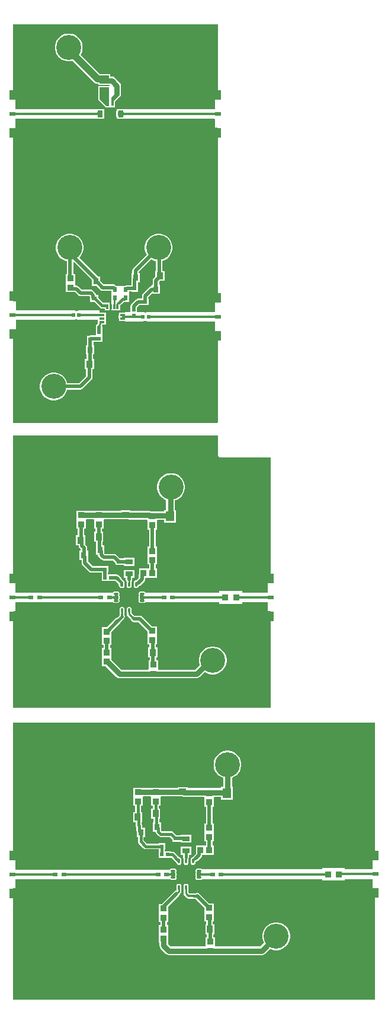
<source format=gtl>
G04*
G04 #@! TF.GenerationSoftware,Altium Limited,Altium Designer,22.10.1 (41)*
G04*
G04 Layer_Physical_Order=1*
G04 Layer_Color=255*
%FSLAX25Y25*%
%MOIN*%
G70*
G04*
G04 #@! TF.SameCoordinates,10B0A499-9DE9-419A-BA03-DC6469FBBFFB*
G04*
G04*
G04 #@! TF.FilePolarity,Positive*
G04*
G01*
G75*
%ADD15R,0.03543X0.02402*%
%ADD16R,0.19685X0.05512*%
%ADD17R,0.03740X0.03347*%
%ADD18R,0.05118X0.05512*%
%ADD19R,0.03150X0.03543*%
%ADD20R,0.02126X0.01890*%
%ADD21R,0.03543X0.03937*%
%ADD22R,0.03937X0.03543*%
%ADD23C,0.14016*%
%ADD24R,0.01890X0.02126*%
%ADD25R,0.02126X0.02165*%
%ADD26R,0.02165X0.02126*%
%ADD27R,0.02953X0.02362*%
%ADD28R,0.04449X0.02992*%
%ADD29R,0.03347X0.03740*%
%ADD30R,0.03543X0.03543*%
%ADD31R,0.06693X0.06693*%
%ADD32R,0.01181X0.03110*%
%ADD33R,0.03110X0.01181*%
%ADD34R,0.02953X0.02362*%
%ADD35R,0.06693X0.06693*%
%ADD36R,0.01181X0.02953*%
%ADD37R,0.02953X0.01181*%
%ADD38R,0.05315X0.04528*%
%ADD39R,0.02362X0.02953*%
%ADD40R,0.10630X0.10630*%
G04:AMPARAMS|DCode=41|XSize=12.01mil|YSize=27.56mil|CornerRadius=6mil|HoleSize=0mil|Usage=FLASHONLY|Rotation=0.000|XOffset=0mil|YOffset=0mil|HoleType=Round|Shape=RoundedRectangle|*
%AMROUNDEDRECTD41*
21,1,0.01201,0.01555,0,0,0.0*
21,1,0.00000,0.02756,0,0,0.0*
1,1,0.01201,0.00000,-0.00778*
1,1,0.01201,0.00000,-0.00778*
1,1,0.01201,0.00000,0.00778*
1,1,0.01201,0.00000,0.00778*
%
%ADD41ROUNDEDRECTD41*%
G04:AMPARAMS|DCode=42|XSize=27.56mil|YSize=12.01mil|CornerRadius=6mil|HoleSize=0mil|Usage=FLASHONLY|Rotation=0.000|XOffset=0mil|YOffset=0mil|HoleType=Round|Shape=RoundedRectangle|*
%AMROUNDEDRECTD42*
21,1,0.02756,0.00000,0,0,0.0*
21,1,0.01555,0.01201,0,0,0.0*
1,1,0.01201,0.00778,0.00000*
1,1,0.01201,-0.00778,0.00000*
1,1,0.01201,-0.00778,0.00000*
1,1,0.01201,0.00778,0.00000*
%
%ADD42ROUNDEDRECTD42*%
%ADD76C,0.01575*%
%ADD77C,0.01142*%
%ADD78C,0.01181*%
%ADD79C,0.01408*%
%ADD80C,0.01968*%
%ADD81C,0.03150*%
%ADD82C,0.03937*%
%ADD83C,0.13780*%
%ADD84C,0.15748*%
%ADD85C,0.02362*%
G36*
X64478Y565426D02*
X64475Y564027D01*
X64158Y563711D01*
X61295D01*
X61176Y563830D01*
Y565919D01*
X63985D01*
X64478Y565426D01*
D02*
G37*
G36*
X52479Y563696D02*
X52477Y563694D01*
X52312Y563858D01*
X49459D01*
X49285Y564032D01*
X49266Y565434D01*
X49432Y565600D01*
X52479D01*
Y563696D01*
D02*
G37*
G36*
X117339Y573069D02*
X116839Y572709D01*
X115792D01*
X115779Y567428D01*
X62255D01*
X62064Y567403D01*
X60329D01*
Y566613D01*
X59921Y566081D01*
X59651Y565430D01*
X59559Y564733D01*
X59651Y564035D01*
X59921Y563385D01*
X60329Y562852D01*
Y562049D01*
X62164D01*
X62255Y562037D01*
X115411D01*
X115764Y561683D01*
X115751Y556857D01*
X116839Y556857D01*
X117339Y556497D01*
X117339Y458539D01*
X115770D01*
X115771Y453706D01*
X115417Y453352D01*
X79037D01*
X79008Y453364D01*
X78311Y453456D01*
X77613Y453364D01*
X76963Y453095D01*
X76775Y452951D01*
X76588Y453095D01*
X75937Y453364D01*
X75240Y453456D01*
X71960D01*
Y455905D01*
X73340Y457286D01*
X74598D01*
Y457242D01*
X78338D01*
Y460943D01*
X78274D01*
Y461720D01*
X79811Y463256D01*
X80181Y463533D01*
Y463533D01*
X80181Y463533D01*
X84905D01*
Y468651D01*
X84349D01*
Y470344D01*
X84842Y470836D01*
X87405D01*
Y476348D01*
X86229D01*
Y481995D01*
X86274Y482004D01*
X87692Y482592D01*
X88969Y483445D01*
X90055Y484531D01*
X90908Y485808D01*
X91496Y487226D01*
X91795Y488732D01*
Y490268D01*
X91496Y491774D01*
X90908Y493192D01*
X90055Y494469D01*
X88969Y495555D01*
X87692Y496408D01*
X86274Y496996D01*
X84768Y497295D01*
X83232D01*
X81726Y496996D01*
X80308Y496408D01*
X79031Y495555D01*
X77945Y494469D01*
X77092Y493192D01*
X76504Y491774D01*
X76205Y490268D01*
Y488732D01*
X76504Y487226D01*
X77092Y485808D01*
X77357Y485411D01*
X69766Y477820D01*
X69374Y477234D01*
X69236Y476543D01*
Y475151D01*
X68681D01*
Y470033D01*
X68694D01*
Y468498D01*
X68653D01*
Y468434D01*
X66153D01*
X65462Y468296D01*
X65138Y468080D01*
X63377D01*
X63303Y468124D01*
X61408D01*
X61403Y468120D01*
X60089D01*
X59925Y468284D01*
X59339Y468676D01*
X58648Y468813D01*
X56284D01*
Y468908D01*
X54530D01*
X54355Y468943D01*
X53273D01*
X51091Y471124D01*
Y473203D01*
X49990D01*
X39359Y483835D01*
X40055Y484531D01*
X40908Y485808D01*
X41496Y487226D01*
X41795Y488732D01*
Y490268D01*
X41496Y491774D01*
X40908Y493192D01*
X40055Y494469D01*
X38969Y495555D01*
X37692Y496408D01*
X36274Y496996D01*
X34768Y497295D01*
X33232D01*
X31726Y496996D01*
X30308Y496408D01*
X29031Y495555D01*
X27945Y494469D01*
X27092Y493192D01*
X26504Y491774D01*
X26205Y490268D01*
Y488732D01*
X26504Y487226D01*
X27092Y485808D01*
X27945Y484531D01*
X29031Y483445D01*
X30308Y482592D01*
X31726Y482004D01*
X32445Y481861D01*
Y474612D01*
X31846D01*
Y469994D01*
X31846Y469691D01*
X31846Y469191D01*
Y464572D01*
X36983D01*
X38788Y462768D01*
X39374Y462376D01*
X40065Y462239D01*
X45238D01*
X45469Y462008D01*
Y461289D01*
X45504Y461115D01*
Y459124D01*
X47760D01*
X51069Y455815D01*
X51069Y455815D01*
X51590Y455467D01*
X52204Y455345D01*
X52204Y455345D01*
X53673D01*
Y454195D01*
X56429D01*
Y458722D01*
X53673D01*
Y458556D01*
X52869D01*
X50031Y461394D01*
Y463061D01*
X49021D01*
X48944Y463447D01*
X48552Y464033D01*
X47264Y465322D01*
X46677Y465714D01*
X45986Y465851D01*
X40813D01*
X38958Y467706D01*
X38372Y468098D01*
X37681Y468235D01*
X37514D01*
X37161Y468589D01*
X37161Y469494D01*
X37161Y469994D01*
Y474612D01*
X36058D01*
Y481319D01*
X36558Y481526D01*
X46367Y471717D01*
Y468085D01*
X49021D01*
X51248Y465859D01*
X51833Y465468D01*
X52525Y465330D01*
X52584D01*
Y465168D01*
X56284D01*
Y465200D01*
X57535D01*
Y463592D01*
Y459191D01*
X57535Y459065D01*
X57535Y459065D01*
X57610Y458722D01*
X57610Y458722D01*
Y454195D01*
X62334D01*
Y457253D01*
X62361Y457279D01*
X62499Y457307D01*
X63020Y457655D01*
X64359Y458994D01*
X64948D01*
X64948Y458994D01*
X65103Y459025D01*
X67310D01*
Y464821D01*
X68653D01*
Y464758D01*
X72354D01*
Y468498D01*
X72306D01*
Y470033D01*
X73405D01*
Y475151D01*
X72849D01*
Y475795D01*
X79911Y482857D01*
X80308Y482592D01*
X81726Y482004D01*
X82617Y481827D01*
Y476348D01*
X82287D01*
Y473391D01*
X81265Y472369D01*
X80874Y471783D01*
X80737Y471092D01*
Y468651D01*
X80181D01*
Y467806D01*
X80000D01*
X79309Y467669D01*
X78723Y467277D01*
X75191Y463745D01*
X74799Y463159D01*
X74662Y462468D01*
Y460943D01*
X74598D01*
Y460899D01*
X72592D01*
X71901Y460761D01*
X71315Y460369D01*
X68805Y457859D01*
X68413Y457273D01*
X68276Y456582D01*
Y456393D01*
X68259D01*
Y453456D01*
X64172D01*
X64172Y453456D01*
X63474Y453364D01*
X62824Y453095D01*
X62589Y452915D01*
X61645D01*
Y451883D01*
X61400Y451290D01*
X61308Y450592D01*
X61400Y449895D01*
X61645Y449301D01*
Y448191D01*
X62817D01*
X63306Y447988D01*
X64003Y447896D01*
X64701Y447988D01*
X64885Y448065D01*
X75240D01*
X75937Y448156D01*
X76588Y448426D01*
X76759Y448558D01*
X77066Y448322D01*
X77717Y448053D01*
X78414Y447961D01*
X115771D01*
X115772Y442774D01*
X117339Y442774D01*
Y391495D01*
X116839Y391000D01*
X2007D01*
Y443337D01*
X2361Y443690D01*
X3771Y443690D01*
Y448897D01*
X35968D01*
X36666Y448988D01*
X37316Y449258D01*
X37494Y449394D01*
X37756Y449192D01*
X38407Y448923D01*
X39104Y448831D01*
X49834D01*
Y446753D01*
X49834Y446753D01*
Y446674D01*
X49809Y446669D01*
X49223Y446277D01*
X48920Y445824D01*
X48920Y445824D01*
X48920Y445824D01*
X48831Y445691D01*
X48800Y445535D01*
X48800Y445535D01*
X48733Y445196D01*
Y445196D01*
X48694Y445000D01*
X48697Y444983D01*
Y443557D01*
X48653D01*
Y440166D01*
X45826D01*
X45135Y440029D01*
X45006Y439943D01*
X43669D01*
Y436242D01*
X43695D01*
Y434651D01*
X43102D01*
Y429533D01*
X43506D01*
Y426848D01*
X42602D01*
Y421336D01*
X43194D01*
Y417248D01*
X39252Y413306D01*
X32589D01*
X32496Y413774D01*
X31908Y415193D01*
X31055Y416469D01*
X29969Y417555D01*
X28692Y418408D01*
X27274Y418996D01*
X25768Y419295D01*
X24232D01*
X22726Y418996D01*
X21308Y418408D01*
X20031Y417555D01*
X18945Y416469D01*
X18092Y415193D01*
X17504Y413774D01*
X17205Y412268D01*
Y410732D01*
X17504Y409226D01*
X18092Y407807D01*
X18945Y406531D01*
X20031Y405445D01*
X21308Y404592D01*
X22726Y404004D01*
X24232Y403705D01*
X25768D01*
X27274Y404004D01*
X28692Y404592D01*
X29969Y405445D01*
X31055Y406531D01*
X31908Y407807D01*
X32496Y409226D01*
X32589Y409694D01*
X40000D01*
X40691Y409831D01*
X41277Y410223D01*
X46277Y415223D01*
X46669Y415809D01*
X46806Y416500D01*
Y421336D01*
X47720D01*
Y426848D01*
X47119D01*
Y429533D01*
X47826D01*
Y434651D01*
X47308D01*
Y436242D01*
X47409D01*
Y436554D01*
X50503D01*
X50876Y436628D01*
X52354D01*
Y439592D01*
X52354Y440092D01*
X52354D01*
Y440092D01*
X52354D01*
Y443557D01*
X52310D01*
Y444997D01*
X52172Y445688D01*
X52150Y445721D01*
X52148Y445729D01*
X52139Y445751D01*
X52119Y445782D01*
X52136Y445814D01*
X52147Y445851D01*
X52308Y446152D01*
X52333Y446182D01*
X52350Y446214D01*
X52387D01*
X52425Y446222D01*
X53557D01*
X53557Y446222D01*
X53557Y446222D01*
X54362D01*
Y448191D01*
Y452915D01*
X52803D01*
X52406Y453433D01*
X51848Y453861D01*
X51198Y454131D01*
X50500Y454222D01*
X39104D01*
X38407Y454131D01*
X37756Y453861D01*
X37579Y453725D01*
X37316Y453927D01*
X36666Y454196D01*
X35968Y454288D01*
X3771D01*
Y459455D01*
X2007D01*
Y556276D01*
X2083Y556745D01*
X2529Y556745D01*
X3524D01*
Y562039D01*
X51693D01*
X51766Y562049D01*
X53321D01*
Y562616D01*
X53599Y562829D01*
X54027Y563387D01*
X54296Y564037D01*
X54388Y564735D01*
X54296Y565433D01*
X54027Y566083D01*
X53599Y566641D01*
X53321Y566854D01*
Y567403D01*
X51901D01*
X51693Y567431D01*
X3524D01*
Y572597D01*
X2085D01*
X2007Y573065D01*
Y614993D01*
X117339D01*
Y573069D01*
D02*
G37*
G36*
X53552Y447029D02*
X53557Y447025D01*
X52346D01*
X52230Y447002D01*
X52113Y446990D01*
X52078Y446972D01*
X52039Y446964D01*
X51940Y446898D01*
X51836Y446843D01*
X51811Y446812D01*
X51778Y446790D01*
X51713Y446692D01*
X51638Y446601D01*
X51402Y446160D01*
X51368Y446047D01*
X51323Y445938D01*
Y445898D01*
X51311Y445860D01*
X51323Y445743D01*
X51323Y445624D01*
X51338Y445588D01*
X51342Y445548D01*
X51397Y445444D01*
X51407Y445421D01*
X51499Y444957D01*
X51494Y444952D01*
Y444688D01*
X49530D01*
X49520Y444697D01*
Y445028D01*
Y445040D01*
X49588Y445378D01*
X49802Y445698D01*
X50233Y445987D01*
X50280Y446006D01*
X50336Y446062D01*
X50402Y446106D01*
X50446Y446172D01*
X50502Y446228D01*
X50532Y446301D01*
X50576Y446367D01*
X50591Y446444D01*
X50622Y446517D01*
X50622Y446596D01*
X50637Y446674D01*
Y448165D01*
X50653Y448182D01*
X53552D01*
Y447029D01*
D02*
G37*
G36*
X117326Y384000D02*
X117339Y383505D01*
Y373500D01*
X117492Y372732D01*
X117927Y372081D01*
X118578Y371646D01*
X119311Y371500D01*
X147059D01*
X147059Y301325D01*
X146706Y300972D01*
X145540D01*
X145541Y296103D01*
X145187Y295750D01*
X130998D01*
Y296694D01*
X118164D01*
Y295750D01*
X76682D01*
X76282Y295991D01*
X76025Y296163D01*
X75560Y296255D01*
X74005D01*
X73540Y296163D01*
X73146Y295900D01*
X72883Y295506D01*
X72821Y295194D01*
X72816Y295166D01*
Y295166D01*
X72791Y295041D01*
X72883Y294576D01*
X73012Y294383D01*
X73012Y294383D01*
X72710Y293931D01*
X72539Y293073D01*
X72710Y292214D01*
X72885Y291951D01*
Y291951D01*
X73012Y291762D01*
X72883Y291569D01*
X72791Y291104D01*
X72883Y290639D01*
X73146Y290245D01*
X73540Y289982D01*
X74005Y289890D01*
X75560D01*
X76025Y289982D01*
X76311Y290174D01*
X76720Y290395D01*
X118164D01*
Y289438D01*
X130998Y289438D01*
X130998Y290395D01*
X145541D01*
X145541Y290395D01*
X145542Y285207D01*
X147060Y285207D01*
X147060Y231354D01*
X146706Y231000D01*
X2007D01*
Y284828D01*
X2361Y285182D01*
X3541Y285182D01*
Y289895D01*
X3541Y290395D01*
X58082D01*
X58490Y290174D01*
X58776Y289982D01*
X59241Y289890D01*
X60796D01*
X61261Y289982D01*
X61655Y290245D01*
X61918Y290639D01*
X62011Y291104D01*
X61918Y291569D01*
X61789Y291762D01*
X61789Y291762D01*
X62091Y292214D01*
X62262Y293073D01*
X62091Y293931D01*
X61932Y294169D01*
Y294169D01*
X61789Y294383D01*
X61918Y294576D01*
X62011Y295041D01*
X61918Y295506D01*
X61655Y295900D01*
X61261Y296163D01*
X60796Y296255D01*
X59241D01*
X58776Y296163D01*
X58490Y295971D01*
X58082Y295750D01*
X3541D01*
Y300947D01*
X2007D01*
Y370500D01*
Y384000D01*
X117326D01*
D02*
G37*
G36*
X76081Y293783D02*
Y292373D01*
X74827Y291120D01*
X73446D01*
X73485Y291319D01*
X73544Y291407D01*
X73568Y291531D01*
X73639Y291637D01*
X73614Y291762D01*
X73639Y291886D01*
X73568Y291992D01*
X73544Y292117D01*
X73417Y292306D01*
Y293839D01*
X73544Y294028D01*
X73568Y294153D01*
X73639Y294258D01*
X73614Y294383D01*
X73639Y294508D01*
X73568Y294614D01*
X73544Y294738D01*
X73485Y294826D01*
X73443Y295041D01*
X73448Y295069D01*
X74827D01*
X76081Y293783D01*
D02*
G37*
G36*
X61316Y294826D02*
X61258Y294738D01*
X61233Y294614D01*
X61162Y294508D01*
X61187Y294383D01*
X61162Y294258D01*
X61233Y294153D01*
X61258Y294028D01*
X61401Y293814D01*
Y292331D01*
X61258Y292117D01*
X61233Y291992D01*
X61162Y291886D01*
X61187Y291762D01*
X61162Y291637D01*
X61233Y291531D01*
X61258Y291407D01*
X61316Y291319D01*
X61359Y291104D01*
X61355Y291084D01*
X59991D01*
X58737Y292371D01*
Y293780D01*
X59991Y295034D01*
X61357D01*
X61316Y294826D01*
D02*
G37*
G36*
X175085Y222499D02*
X205916Y222495D01*
Y145867D01*
X205884Y145381D01*
X204383D01*
Y140147D01*
X188872D01*
Y141070D01*
X176037D01*
Y140147D01*
X109071D01*
Y140147D01*
X108571Y140144D01*
X108469Y140297D01*
X108075Y140560D01*
X107610Y140652D01*
X106055D01*
X105591Y140560D01*
X105197Y140297D01*
X104934Y139903D01*
X104866Y139563D01*
Y139563D01*
X104841Y139438D01*
X104934Y138973D01*
X105062Y138780D01*
Y138780D01*
X104760Y138328D01*
X104589Y137469D01*
X104760Y136611D01*
X104936Y136348D01*
Y136348D01*
X105062Y136159D01*
Y136159D01*
X104934Y135966D01*
X104841Y135501D01*
X104934Y135036D01*
X105197Y134642D01*
X105591Y134379D01*
X106055Y134287D01*
X107610D01*
X108075Y134379D01*
X108469Y134642D01*
X108539Y134748D01*
X109021Y134792D01*
X109021Y134792D01*
X176037D01*
Y133840D01*
X188872D01*
Y134792D01*
X204383D01*
Y129142D01*
X205884D01*
X205916Y128656D01*
Y67007D01*
X2007D01*
Y129501D01*
X3500D01*
Y134693D01*
X90280D01*
X90688Y134472D01*
X90827Y134379D01*
X91291Y134287D01*
X92847D01*
X93311Y134379D01*
X93705Y134642D01*
X93968Y135036D01*
X94061Y135501D01*
X93968Y135966D01*
X93836Y136164D01*
X94121Y136591D01*
X94292Y137449D01*
X94121Y138307D01*
X93822Y138755D01*
X93968Y138973D01*
X94061Y139438D01*
X93968Y139903D01*
X93705Y140297D01*
X93311Y140560D01*
X92847Y140652D01*
X91291D01*
X90827Y140560D01*
X90433Y140297D01*
X90423Y140281D01*
X90181Y140106D01*
X3500D01*
Y145244D01*
X2007D01*
Y220500D01*
Y222500D01*
X154000D01*
Y222500D01*
X154001Y222501D01*
X175085Y222499D01*
D02*
G37*
G36*
X108132Y138171D02*
Y136761D01*
X106877Y135507D01*
X105494D01*
X105536Y135716D01*
X105594Y135804D01*
X105619Y135928D01*
X105689Y136034D01*
X105665Y136159D01*
X105689Y136284D01*
X105619Y136389D01*
X105594Y136514D01*
X105468Y136703D01*
Y138236D01*
X105594Y138425D01*
X105619Y138550D01*
X105689Y138656D01*
X105665Y138780D01*
X105689Y138905D01*
X105619Y139011D01*
X105594Y139135D01*
X105536Y139223D01*
X105493Y139438D01*
X105497Y139457D01*
X106877D01*
X108132Y138171D01*
D02*
G37*
G36*
X93366Y139223D02*
X93291Y139110D01*
X93266Y138985D01*
X93195Y138879D01*
X93220Y138755D01*
X93195Y138630D01*
X93266Y138524D01*
X93291Y138400D01*
X93430Y138192D01*
Y136706D01*
X93305Y136519D01*
X93280Y136394D01*
X93209Y136289D01*
X93234Y136164D01*
X93209Y136039D01*
X93280Y135933D01*
X93305Y135809D01*
X93366Y135716D01*
X93409Y135501D01*
X93404Y135476D01*
X92020D01*
X90766Y136762D01*
Y138172D01*
X92020Y139426D01*
X93407D01*
X93366Y139223D01*
D02*
G37*
%LPC*%
G36*
X34268Y609795D02*
X32732D01*
X31226Y609496D01*
X29808Y608908D01*
X28531Y608055D01*
X27445Y606969D01*
X26592Y605692D01*
X26004Y604274D01*
X25705Y602768D01*
Y601232D01*
X26004Y599726D01*
X26592Y598308D01*
X27445Y597031D01*
X28531Y595945D01*
X29808Y595092D01*
X31226Y594504D01*
X32732Y594205D01*
X34268D01*
X35599Y594470D01*
X47702Y582367D01*
X48278Y581925D01*
X48948Y581647D01*
X49668Y581553D01*
X50059D01*
Y580986D01*
X53960D01*
X54192Y580940D01*
X56483D01*
X56669Y580698D01*
X56619Y580480D01*
X56425Y580198D01*
X50059D01*
Y575270D01*
X50052Y575236D01*
Y573105D01*
X50052Y573105D01*
X50113Y572798D01*
X50287Y572537D01*
X50287Y572537D01*
X54148Y568676D01*
Y568230D01*
X59503D01*
Y571569D01*
X62467Y574533D01*
X62905D01*
Y575240D01*
X62921Y575320D01*
X62921Y575321D01*
Y576406D01*
X62905Y576485D01*
Y576860D01*
X62951Y577092D01*
Y580457D01*
X62768Y581379D01*
X62246Y582160D01*
X59355Y585051D01*
X58574Y585573D01*
X57652Y585757D01*
X56948D01*
Y587088D01*
X53389D01*
X53208Y587112D01*
X50819D01*
X40094Y597837D01*
X40408Y598308D01*
X40996Y599726D01*
X41295Y601232D01*
Y602768D01*
X40996Y604274D01*
X40408Y605692D01*
X39555Y606969D01*
X38469Y608055D01*
X37192Y608908D01*
X35774Y609496D01*
X34268Y609795D01*
D02*
G37*
%LPD*%
G36*
X62118Y575320D02*
X62118Y575320D01*
X58714Y571915D01*
Y571910D01*
X58034D01*
X57535Y572127D01*
X57535Y572410D01*
Y573889D01*
X60052Y576406D01*
X62118D01*
Y575320D01*
D02*
G37*
G36*
X56115Y575192D02*
Y569072D01*
X54887D01*
X50855Y573105D01*
Y575236D01*
X56097D01*
X56115Y575192D01*
D02*
G37*
%LPC*%
G36*
X91768Y362795D02*
X90232D01*
X88726Y362496D01*
X87308Y361908D01*
X86031Y361055D01*
X84945Y359969D01*
X84092Y358693D01*
X83504Y357274D01*
X83205Y355768D01*
Y354232D01*
X83504Y352726D01*
X84092Y351308D01*
X84945Y350031D01*
X86031Y348945D01*
X87308Y348092D01*
X88269Y347694D01*
Y342136D01*
X87007D01*
Y341422D01*
X80503D01*
X79779Y341278D01*
X79562Y341423D01*
X78641Y341606D01*
X68259D01*
Y341994D01*
X62748D01*
Y341702D01*
X40645D01*
X40195Y341612D01*
X37846D01*
Y336994D01*
X37846Y336691D01*
X37846Y336191D01*
Y331573D01*
X38526D01*
Y327848D01*
X37602D01*
Y322336D01*
X39142D01*
Y322052D01*
X39279Y321360D01*
X39671Y320774D01*
X40194Y320252D01*
Y319151D01*
X39602D01*
Y314033D01*
X40748D01*
Y312445D01*
X40886Y311754D01*
X41277Y311168D01*
X44984Y307462D01*
X45570Y307070D01*
X46261Y306932D01*
X51947D01*
Y306869D01*
X51978D01*
Y304159D01*
X51965Y304092D01*
X52039Y303720D01*
Y302242D01*
X55003D01*
X55503Y302242D01*
Y302242D01*
X55503D01*
X55503Y302242D01*
X58968D01*
Y302286D01*
X59660D01*
X60223Y301723D01*
X60809Y301331D01*
X60920Y301309D01*
X61558Y300671D01*
Y299965D01*
X61681Y299350D01*
X62029Y298829D01*
X62550Y298481D01*
X62842Y298423D01*
X62922Y298370D01*
X63464Y298262D01*
X64005Y298370D01*
X64464Y298676D01*
X64771Y299135D01*
X64879Y299677D01*
Y301232D01*
X64771Y301774D01*
X64464Y302233D01*
X64455Y302239D01*
X64299Y302471D01*
X64299Y302471D01*
X63191Y303580D01*
X63169Y303691D01*
X62777Y304277D01*
X61685Y305369D01*
X61099Y305761D01*
X60408Y305899D01*
X58968D01*
Y305943D01*
X55591D01*
Y306869D01*
X55648D01*
Y310609D01*
X51947D01*
Y310545D01*
X47010D01*
X44361Y313194D01*
Y316002D01*
X44326Y316176D01*
Y319151D01*
X43806D01*
Y321000D01*
X43669Y321691D01*
X43277Y322277D01*
X42755Y322800D01*
Y324305D01*
X42720Y324479D01*
Y327848D01*
X42139D01*
Y331573D01*
X43161D01*
Y336191D01*
X43161Y336494D01*
X43425Y336884D01*
X47582D01*
X47846Y336494D01*
X47846Y336191D01*
Y331573D01*
X48618D01*
Y329848D01*
X47787D01*
Y324336D01*
X48888D01*
Y322151D01*
X48681D01*
Y317033D01*
X49827D01*
Y316867D01*
X49964Y316175D01*
X50356Y315589D01*
X51723Y314223D01*
X52309Y313831D01*
X53000Y313694D01*
X58383D01*
X59653Y312423D01*
Y311258D01*
X61447D01*
X61582Y311231D01*
X64492D01*
Y310754D01*
X70515D01*
Y315320D01*
X64492D01*
Y314843D01*
X63354D01*
Y314998D01*
X62188D01*
X60408Y316777D01*
X59822Y317169D01*
X59131Y317306D01*
X53748D01*
X53440Y317615D01*
Y319002D01*
X53405Y319176D01*
Y322151D01*
X52501D01*
Y324336D01*
X52905D01*
Y329848D01*
X52231D01*
Y331573D01*
X53161D01*
Y336191D01*
X53161Y336494D01*
X53425Y336884D01*
X62748D01*
Y336876D01*
X65468D01*
X65700Y336829D01*
X67052D01*
X67254Y336789D01*
X77367D01*
X77846Y336320D01*
X77846Y335691D01*
Y331072D01*
X78697D01*
Y321553D01*
X77846D01*
Y316935D01*
X77846Y316632D01*
X77846Y316132D01*
Y311513D01*
X78727D01*
Y309603D01*
X78373Y309250D01*
X78102D01*
X77602Y309250D01*
X72984D01*
Y306078D01*
X72949Y305903D01*
Y304004D01*
X71690Y302745D01*
X71309Y302669D01*
X71250Y302629D01*
X70796Y302539D01*
X70337Y302233D01*
X70030Y301774D01*
X69923Y301232D01*
Y299677D01*
X70030Y299135D01*
X70337Y298676D01*
X70796Y298370D01*
X71338Y298262D01*
X71879Y298370D01*
X72338Y298676D01*
X72645Y299135D01*
X72663Y299226D01*
X73191Y299331D01*
X73777Y299723D01*
X76033Y301978D01*
X76424Y302564D01*
X76562Y303255D01*
Y303581D01*
X76915Y303935D01*
X77905Y303935D01*
X78405Y303935D01*
X83023D01*
Y309250D01*
X82339D01*
Y311513D01*
X83161D01*
Y316132D01*
X83161Y316435D01*
X83161Y316935D01*
Y321553D01*
X82310D01*
Y331072D01*
X83161D01*
Y335691D01*
X83161Y335994D01*
Y336251D01*
X83514Y336605D01*
X87007D01*
Y335049D01*
X93700D01*
Y342136D01*
X93085D01*
Y347467D01*
X93274Y347504D01*
X94692Y348092D01*
X95969Y348945D01*
X97055Y350031D01*
X97908Y351308D01*
X98496Y352726D01*
X98795Y354232D01*
Y355768D01*
X98496Y357274D01*
X97908Y358693D01*
X97055Y359969D01*
X95969Y361055D01*
X94692Y361908D01*
X93274Y362496D01*
X91768Y362795D01*
D02*
G37*
G36*
X70515Y308431D02*
X64492D01*
Y303864D01*
X65624D01*
Y303070D01*
X65761Y302379D01*
X66016Y301998D01*
Y301383D01*
X65986Y301232D01*
Y299677D01*
X66093Y299135D01*
X66400Y298676D01*
X66859Y298370D01*
X67401Y298262D01*
X67942Y298370D01*
X68401Y298676D01*
X68708Y299135D01*
X68816Y299677D01*
Y301232D01*
X68786Y301383D01*
Y301910D01*
X69099Y302379D01*
X69236Y303070D01*
Y303864D01*
X70515D01*
Y308431D01*
D02*
G37*
G36*
X67401Y287883D02*
X66859Y287775D01*
X66400Y287469D01*
X66093Y287010D01*
X65986Y286468D01*
Y284913D01*
X66026Y284712D01*
Y283590D01*
X66131Y283060D01*
X66431Y282610D01*
X67982Y281060D01*
X68017Y280886D01*
X68365Y280365D01*
X68395Y280334D01*
X68418Y280222D01*
X68809Y279636D01*
X69395Y279245D01*
X70086Y279107D01*
X72796D01*
X77846Y274057D01*
Y271994D01*
X77846Y271691D01*
X77846Y271191D01*
Y266572D01*
X78868D01*
Y264848D01*
X78287D01*
Y259336D01*
X79118D01*
Y257612D01*
X78346D01*
Y252994D01*
X78346Y252691D01*
X77963Y252409D01*
X62964D01*
X57515Y257858D01*
X57515Y259373D01*
X57515Y259874D01*
Y264492D01*
X56642D01*
Y266191D01*
X57472D01*
Y270809D01*
X57472Y271112D01*
X57472Y271612D01*
Y273676D01*
X62519Y278723D01*
X62911Y279309D01*
X62930Y279408D01*
X64606Y281084D01*
X64954Y281605D01*
X65077Y282219D01*
X64954Y282834D01*
X64876Y282951D01*
Y283524D01*
X64858Y283612D01*
Y284811D01*
X64879Y284913D01*
Y286468D01*
X64771Y287010D01*
X64464Y287469D01*
X64005Y287775D01*
X63464Y287883D01*
X62922Y287775D01*
X62463Y287469D01*
X62156Y287010D01*
X62049Y286468D01*
Y284913D01*
X62089Y284712D01*
Y283638D01*
X62066Y283524D01*
Y283085D01*
X60675Y281694D01*
X60551Y281669D01*
X59965Y281277D01*
X54917Y276230D01*
X52157D01*
Y271612D01*
X52157Y271309D01*
X52157Y270809D01*
Y266191D01*
X53029D01*
Y264492D01*
X52200D01*
Y259874D01*
X52200Y259570D01*
X52200Y259070D01*
Y254452D01*
X54108D01*
X60264Y248297D01*
X61045Y247775D01*
X61967Y247591D01*
X78346D01*
Y247572D01*
X83661D01*
Y247625D01*
X105471D01*
X106392Y247808D01*
X107174Y248330D01*
X110042Y251198D01*
X110811Y250684D01*
X112230Y250097D01*
X113736Y249797D01*
X115271D01*
X116777Y250097D01*
X118196Y250684D01*
X119473Y251537D01*
X120558Y252623D01*
X121412Y253900D01*
X121999Y255318D01*
X122299Y256824D01*
Y258360D01*
X121999Y259866D01*
X121412Y261285D01*
X120558Y262561D01*
X119473Y263647D01*
X118196Y264500D01*
X116777Y265088D01*
X115271Y265388D01*
X113736D01*
X112230Y265088D01*
X110811Y264500D01*
X109534Y263647D01*
X108449Y262561D01*
X107595Y261285D01*
X107008Y259866D01*
X106708Y258360D01*
Y256824D01*
X107008Y255318D01*
X107108Y255077D01*
X104473Y252442D01*
X84058D01*
X83661Y252691D01*
X83661Y252994D01*
Y257612D01*
X82731D01*
Y259336D01*
X83405D01*
Y264848D01*
X82481D01*
Y266572D01*
X83161D01*
Y271191D01*
X83161Y271494D01*
X83161Y271994D01*
Y276612D01*
X80401D01*
X74822Y282191D01*
X74235Y282583D01*
X73544Y282720D01*
X70509D01*
X70114Y282983D01*
X69941Y283018D01*
X68795Y284163D01*
Y284811D01*
X68816Y284913D01*
Y286468D01*
X68708Y287010D01*
X68401Y287469D01*
X67942Y287775D01*
X67401Y287883D01*
D02*
G37*
G36*
X123539Y206868D02*
X122003D01*
X120497Y206568D01*
X119079Y205981D01*
X117802Y205128D01*
X116716Y204042D01*
X115863Y202765D01*
X115276Y201346D01*
X114976Y199840D01*
Y198305D01*
X115276Y196799D01*
X115863Y195380D01*
X116716Y194103D01*
X117802Y193017D01*
X119079Y192164D01*
X120497Y191577D01*
X120544Y191568D01*
Y186532D01*
X119058D01*
Y185819D01*
X100310D01*
Y186391D01*
X94798D01*
Y185957D01*
X85211D01*
Y186009D01*
X79896D01*
Y185957D01*
X75211D01*
Y186009D01*
X69896D01*
Y181391D01*
X69896Y181088D01*
X69896Y180588D01*
Y175970D01*
X70777D01*
Y172245D01*
X69652D01*
Y166733D01*
X71166D01*
Y165073D01*
X71166Y165073D01*
X71288Y164458D01*
X71621Y163959D01*
Y161777D01*
X71621Y161777D01*
X71652Y161621D01*
Y158430D01*
X72409D01*
Y155829D01*
X72409Y155829D01*
X72531Y155215D01*
X72879Y154694D01*
X75573Y152000D01*
X75573Y152000D01*
X76093Y151652D01*
X76708Y151530D01*
X83998D01*
Y151266D01*
X84229D01*
Y150340D01*
X84089D01*
Y146639D01*
X87054D01*
X87554Y146639D01*
X88054Y146639D01*
X91018D01*
Y146639D01*
X91494Y146579D01*
X93914Y144159D01*
X94011Y143670D01*
X94312Y143221D01*
X94498Y143097D01*
X94513Y143073D01*
X94972Y142767D01*
X95514Y142659D01*
X96056Y142767D01*
X96514Y143073D01*
X96821Y143532D01*
X96929Y144074D01*
Y145629D01*
X96821Y146170D01*
X96514Y146630D01*
X96056Y146936D01*
X95584Y147030D01*
X92990Y149625D01*
X92469Y149973D01*
X91855Y150095D01*
X91854Y150095D01*
X91018D01*
Y150340D01*
X88054D01*
X87554Y150340D01*
X87440Y150793D01*
Y151266D01*
X87698D01*
Y155006D01*
X83998D01*
Y154742D01*
X77373D01*
X75620Y156494D01*
Y158430D01*
X76377D01*
Y163548D01*
X74833D01*
Y164617D01*
X74710Y165231D01*
X74377Y165730D01*
Y166733D01*
X74770D01*
Y172245D01*
X73988D01*
Y175970D01*
X75211D01*
Y180588D01*
X75211Y180891D01*
X75608Y181140D01*
X79499D01*
X79896Y180891D01*
X79896Y180588D01*
Y175970D01*
X80869D01*
Y174245D01*
X79837D01*
Y168733D01*
X81139D01*
Y166548D01*
X80731D01*
Y161430D01*
X82282D01*
X82397Y160849D01*
X82745Y160328D01*
X84136Y158937D01*
X84657Y158589D01*
X85271Y158467D01*
X85271Y158467D01*
X90341D01*
X91703Y157104D01*
Y155655D01*
X95404D01*
Y155673D01*
X96542D01*
Y155151D01*
X102566D01*
Y159718D01*
X96542D01*
Y159286D01*
X95404D01*
Y159395D01*
X93954D01*
X92141Y161208D01*
X91620Y161556D01*
X91006Y161678D01*
X91006Y161678D01*
X85936D01*
X85486Y162128D01*
Y163202D01*
X85486Y163202D01*
X85455Y163357D01*
Y166548D01*
X84350D01*
Y168733D01*
X84955D01*
Y174245D01*
X84081D01*
Y175970D01*
X85211D01*
Y180588D01*
X85211Y180891D01*
X85608Y181140D01*
X97074D01*
X97178Y181161D01*
X97975Y181002D01*
X109543D01*
X109896Y180648D01*
X109896Y180088D01*
Y175470D01*
X110747D01*
Y165950D01*
X109896D01*
Y161332D01*
X109896Y161029D01*
X109896Y160529D01*
Y155911D01*
X110777D01*
Y154000D01*
X110423Y153647D01*
X110152D01*
X109652Y153647D01*
X105034D01*
Y150475D01*
X104999Y150300D01*
Y149017D01*
X103413Y147431D01*
X103119Y146990D01*
X102847Y146936D01*
X102387Y146630D01*
X102081Y146170D01*
X101973Y145629D01*
Y144074D01*
X102081Y143532D01*
X102387Y143073D01*
X102847Y142767D01*
X103388Y142659D01*
X103929Y142767D01*
X104388Y143073D01*
X104695Y143532D01*
X104803Y144074D01*
Y144280D01*
X104915Y144392D01*
X105381Y144485D01*
X105967Y144876D01*
X108083Y146992D01*
X108475Y147578D01*
X108612Y148269D01*
X108675Y148332D01*
X109955Y148332D01*
X110455Y148332D01*
X115074D01*
Y153647D01*
X114390D01*
Y155911D01*
X115211D01*
Y160529D01*
X115211Y160832D01*
X115211Y161332D01*
Y165950D01*
X114360D01*
Y175470D01*
X115211D01*
Y180088D01*
X115211Y180391D01*
Y180648D01*
X115565Y181002D01*
X119058D01*
Y179446D01*
X125751D01*
Y186532D01*
X125361D01*
Y191708D01*
X126464Y192164D01*
X127740Y193017D01*
X128826Y194103D01*
X129679Y195380D01*
X130267Y196799D01*
X130567Y198305D01*
Y199840D01*
X130267Y201346D01*
X129679Y202765D01*
X128826Y204042D01*
X127740Y205128D01*
X126464Y205981D01*
X125045Y206568D01*
X123539Y206868D01*
D02*
G37*
G36*
X102566Y152828D02*
X96542D01*
Y148261D01*
X97835D01*
Y146903D01*
X97958Y146288D01*
X98056Y146141D01*
Y145731D01*
X98036Y145629D01*
Y144074D01*
X98144Y143532D01*
X98450Y143073D01*
X98909Y142767D01*
X99451Y142659D01*
X99993Y142767D01*
X100452Y143073D01*
X100758Y143532D01*
X100866Y144074D01*
Y145629D01*
X100826Y145830D01*
Y146141D01*
X100925Y146288D01*
X101047Y146903D01*
Y148261D01*
X102566D01*
Y152828D01*
D02*
G37*
G36*
X99451Y132280D02*
X98909Y132173D01*
X98450Y131866D01*
X98144Y131407D01*
X98036Y130865D01*
Y129310D01*
X98066Y129159D01*
Y126522D01*
X98172Y125992D01*
X98472Y125543D01*
X99742Y124273D01*
X99799Y124187D01*
X100255Y123883D01*
X100792Y123776D01*
X102927D01*
X103058Y123688D01*
X103672Y123566D01*
X104785D01*
X109896Y118454D01*
Y116391D01*
X109896Y116088D01*
X109896Y115588D01*
Y110969D01*
X110919D01*
Y109245D01*
X110337D01*
Y103733D01*
X111169D01*
Y102009D01*
X110396D01*
Y97391D01*
X110396Y97088D01*
X110005Y96826D01*
X90924D01*
X89401Y98349D01*
X89520Y98849D01*
X89565D01*
Y103467D01*
X89565Y103770D01*
X89565Y104271D01*
Y108889D01*
X88692D01*
Y110588D01*
X89522D01*
Y115206D01*
X89522Y115509D01*
X89522Y116009D01*
Y119269D01*
X95548Y125295D01*
X95940Y125881D01*
X96040Y126383D01*
X96482Y126825D01*
X96782Y127274D01*
X96887Y127804D01*
Y129102D01*
X96929Y129310D01*
Y130865D01*
X96821Y131407D01*
X96514Y131866D01*
X96056Y132173D01*
X95514Y132280D01*
X94972Y132173D01*
X94513Y131866D01*
X94207Y131407D01*
X94099Y130865D01*
Y129310D01*
X94118Y129216D01*
Y128378D01*
X94081Y128341D01*
X93580Y128241D01*
X92994Y127850D01*
X85771Y120627D01*
X84207D01*
Y116009D01*
X84207Y115706D01*
X84207Y115206D01*
Y110588D01*
X85080D01*
Y108889D01*
X84250D01*
Y104271D01*
X84250Y103967D01*
X84250Y103467D01*
Y98849D01*
X84499D01*
Y97436D01*
X84682Y96515D01*
X85204Y95733D01*
X88223Y92715D01*
X89004Y92193D01*
X89926Y92009D01*
X110396D01*
Y91970D01*
X115711D01*
Y92022D01*
X142129D01*
X143051Y92205D01*
X143832Y92727D01*
X146713Y95609D01*
X147997Y95077D01*
X149503Y94777D01*
X151039D01*
X152545Y95077D01*
X153964Y95664D01*
X155240Y96517D01*
X156326Y97603D01*
X157179Y98880D01*
X157767Y100299D01*
X158066Y101805D01*
Y103340D01*
X157767Y104846D01*
X157179Y106265D01*
X156326Y107542D01*
X155240Y108627D01*
X153964Y109481D01*
X152545Y110068D01*
X151039Y110368D01*
X149503D01*
X147997Y110068D01*
X146579Y109481D01*
X145302Y108627D01*
X144216Y107542D01*
X143363Y106265D01*
X142775Y104846D01*
X142476Y103340D01*
Y101805D01*
X142775Y100299D01*
X143307Y99015D01*
X141131Y96839D01*
X116108D01*
X115711Y97088D01*
X115711Y97391D01*
Y102009D01*
X114781D01*
Y103733D01*
X115455D01*
Y109245D01*
X114531D01*
Y110969D01*
X115211D01*
Y115588D01*
X115211Y115891D01*
X115211Y116391D01*
Y121009D01*
X112451D01*
X107011Y126449D01*
X106425Y126841D01*
X105733Y126978D01*
X105042Y126841D01*
X104948Y126777D01*
X103672D01*
X103058Y126655D01*
X102954Y126586D01*
X101346D01*
X100836Y127096D01*
Y129159D01*
X100866Y129310D01*
Y130865D01*
X100758Y131407D01*
X100452Y131866D01*
X99993Y132173D01*
X99451Y132280D01*
D02*
G37*
%LPD*%
D15*
X1773Y137370D02*
D03*
X206196Y137500D02*
D03*
X147295Y293073D02*
D03*
X1771D02*
D03*
Y451592D02*
D03*
X117574Y450553D02*
D03*
Y564726D02*
D03*
X1771D02*
D03*
D16*
X9843Y148000D02*
D03*
Y126740D02*
D03*
X198126Y126870D02*
D03*
Y148130D02*
D03*
X139224Y282443D02*
D03*
Y303702D02*
D03*
X9842D02*
D03*
Y282443D02*
D03*
Y462222D02*
D03*
Y440962D02*
D03*
X109503Y439923D02*
D03*
Y461183D02*
D03*
Y575356D02*
D03*
Y554096D02*
D03*
X9842D02*
D03*
Y575356D02*
D03*
D17*
X54814Y268651D02*
D03*
Y273769D02*
D03*
X80503Y319092D02*
D03*
Y313974D02*
D03*
X40503Y334033D02*
D03*
Y339151D02*
D03*
X50503Y334033D02*
D03*
Y339151D02*
D03*
X81003Y250033D02*
D03*
Y255151D02*
D03*
X80503Y269033D02*
D03*
Y274151D02*
D03*
Y333533D02*
D03*
Y338651D02*
D03*
X34503Y467033D02*
D03*
Y472151D02*
D03*
X54857Y256913D02*
D03*
Y262031D02*
D03*
X112554Y183048D02*
D03*
Y177930D02*
D03*
X82554Y183548D02*
D03*
Y178430D02*
D03*
X72554Y183548D02*
D03*
Y178430D02*
D03*
X112554Y158371D02*
D03*
Y163489D02*
D03*
X86865Y118166D02*
D03*
Y113048D02*
D03*
X112554Y118548D02*
D03*
Y113430D02*
D03*
X86907Y106428D02*
D03*
Y101310D02*
D03*
X113054Y99548D02*
D03*
Y94430D02*
D03*
D18*
X122404Y182989D02*
D03*
X128703D02*
D03*
X96653Y338592D02*
D03*
X90354D02*
D03*
D19*
X48729Y470644D02*
D03*
X43808D02*
D03*
X65464Y577092D02*
D03*
X60543D02*
D03*
X41964Y316592D02*
D03*
X37043D02*
D03*
X55964Y319592D02*
D03*
X51043D02*
D03*
X40543Y432092D02*
D03*
X45464D02*
D03*
X82543Y466092D02*
D03*
X87464D02*
D03*
X71043Y472592D02*
D03*
X75964D02*
D03*
X83093Y163989D02*
D03*
X88014D02*
D03*
X69093Y160989D02*
D03*
X74014D02*
D03*
D20*
X70110Y451196D02*
D03*
Y454660D02*
D03*
X50503Y438360D02*
D03*
Y441824D02*
D03*
D21*
X50346Y327092D02*
D03*
X55661D02*
D03*
X34846Y325092D02*
D03*
X40161D02*
D03*
X86161Y262092D02*
D03*
X80846D02*
D03*
X45161Y424092D02*
D03*
X39846D02*
D03*
X90161Y473592D02*
D03*
X84846D02*
D03*
X87711Y171489D02*
D03*
X82396D02*
D03*
X72211Y169489D02*
D03*
X66896D02*
D03*
X112896Y106489D02*
D03*
X118211D02*
D03*
D22*
X65504Y339435D02*
D03*
Y344750D02*
D03*
X97554Y189147D02*
D03*
Y183832D02*
D03*
D23*
X81500Y602000D02*
D03*
X114504Y257592D02*
D03*
X25000Y411500D02*
D03*
X34000Y489500D02*
D03*
X33500Y602000D02*
D03*
X84000Y489500D02*
D03*
X84000Y419555D02*
D03*
X28000Y256000D02*
D03*
X91000Y355000D02*
D03*
X122771Y199073D02*
D03*
X51271Y102573D02*
D03*
X150271D02*
D03*
D24*
X57236Y304092D02*
D03*
X53771D02*
D03*
X85821Y148489D02*
D03*
X89286D02*
D03*
D25*
X61503Y313128D02*
D03*
Y310057D02*
D03*
X53798Y311810D02*
D03*
Y308739D02*
D03*
X54434Y467038D02*
D03*
Y463967D02*
D03*
X70503Y463557D02*
D03*
Y466628D02*
D03*
X93554Y154454D02*
D03*
Y157525D02*
D03*
X85848Y153136D02*
D03*
Y156207D02*
D03*
D26*
X78311Y450760D02*
D03*
X75240D02*
D03*
X45539Y438092D02*
D03*
X42468D02*
D03*
X39039Y451592D02*
D03*
X35968D02*
D03*
X79539Y459092D02*
D03*
X76468D02*
D03*
D27*
X87025Y293073D02*
D03*
X91946D02*
D03*
X17040D02*
D03*
X12118D02*
D03*
X51461D02*
D03*
X56382D02*
D03*
X25959Y137370D02*
D03*
X30880D02*
D03*
X114340Y137469D02*
D03*
X119262D02*
D03*
X83690Y137428D02*
D03*
X88611D02*
D03*
D28*
X67503Y313037D02*
D03*
Y306147D02*
D03*
X99554Y150544D02*
D03*
Y157434D02*
D03*
D29*
X75444Y306592D02*
D03*
X80563D02*
D03*
X107495Y150989D02*
D03*
X112613D02*
D03*
D30*
X121432Y293073D02*
D03*
X127731D02*
D03*
X179305Y137469D02*
D03*
X185604D02*
D03*
D31*
X56825Y564726D02*
D03*
D32*
X55526Y570573D02*
D03*
X58125D02*
D03*
Y558880D02*
D03*
X55526D02*
D03*
D33*
X62672Y566025D02*
D03*
Y563427D02*
D03*
X50979D02*
D03*
Y566025D02*
D03*
D34*
X43240Y461092D02*
D03*
X47767D02*
D03*
D35*
X58003Y450553D02*
D03*
D36*
X55051Y456458D02*
D03*
X57019D02*
D03*
X58988D02*
D03*
X60956D02*
D03*
Y444647D02*
D03*
X58988D02*
D03*
X57019D02*
D03*
X55051D02*
D03*
D37*
X63909Y453506D02*
D03*
Y451537D02*
D03*
Y449569D02*
D03*
Y447600D02*
D03*
X52098D02*
D03*
Y449569D02*
D03*
Y451537D02*
D03*
Y453506D02*
D03*
D38*
X53504Y577147D02*
D03*
Y584037D02*
D03*
D39*
X59504Y461328D02*
D03*
Y465856D02*
D03*
X65342Y461289D02*
D03*
Y465816D02*
D03*
D40*
X67401Y293073D02*
D03*
X99451Y137469D02*
D03*
D41*
X63464Y300454D02*
D03*
X65432D02*
D03*
X67401D02*
D03*
X69369D02*
D03*
X71338D02*
D03*
Y285691D02*
D03*
X69369D02*
D03*
X67401D02*
D03*
X65432D02*
D03*
X63464D02*
D03*
X95514Y130088D02*
D03*
X97483D02*
D03*
X99451D02*
D03*
X101419D02*
D03*
X103388D02*
D03*
Y144851D02*
D03*
X101419D02*
D03*
X99451D02*
D03*
X97483D02*
D03*
X95514D02*
D03*
D42*
X74783Y297009D02*
D03*
Y295041D02*
D03*
Y293073D02*
D03*
Y291104D02*
D03*
Y289136D02*
D03*
X60019D02*
D03*
Y291104D02*
D03*
Y293073D02*
D03*
Y295041D02*
D03*
Y297009D02*
D03*
X92069Y141407D02*
D03*
Y139438D02*
D03*
Y137469D02*
D03*
Y135501D02*
D03*
Y133533D02*
D03*
X106833D02*
D03*
Y135501D02*
D03*
Y137469D02*
D03*
Y139438D02*
D03*
Y141407D02*
D03*
D76*
X99441Y150432D02*
X99554Y150544D01*
X99441Y146903D02*
Y150432D01*
X69500Y281500D02*
X70086Y280914D01*
X103672Y125172D02*
X105733D01*
X72211Y169489D02*
X72382Y169660D01*
Y178259D01*
X72554Y178430D01*
X72771Y165073D02*
Y168929D01*
X72211Y169489D02*
X72771Y168929D01*
X73227Y161777D02*
Y164617D01*
Y161777D02*
X74014Y160989D01*
X72771Y165073D02*
X73227Y164617D01*
X76708Y153136D02*
X85848D01*
X74014Y155829D02*
Y160989D01*
Y155829D02*
X76708Y153136D01*
X85821Y148489D02*
X85835Y148503D01*
Y153123D01*
X85848Y153136D01*
X82475Y171411D02*
Y178351D01*
Y171411D02*
X82745Y171141D01*
X82475Y178351D02*
X82554Y178430D01*
X82745Y164338D02*
X83093Y163989D01*
X82745Y164338D02*
Y171141D01*
X85271Y160073D02*
X91006D01*
X83881Y161463D02*
X85271Y160073D01*
X91006D02*
X93259Y157820D01*
X93278D02*
X93599Y157499D01*
X93259Y157820D02*
X93278D01*
X93599Y157479D02*
Y157499D01*
X83881Y161463D02*
Y163202D01*
X83093Y163989D02*
X83881Y163202D01*
X99509Y157479D02*
X99554Y157434D01*
X91855Y148489D02*
X95291Y145053D01*
X89286Y148489D02*
X91855D01*
X61252Y280000D02*
X63471Y282219D01*
X63694Y460600D02*
X64948D01*
X61885Y458790D02*
X63694Y460600D01*
X65342Y460993D02*
Y461150D01*
X64948Y460600D02*
X65342Y460993D01*
X63164Y299965D02*
Y301336D01*
X61500Y303000D02*
X63164Y301336D01*
X52204Y456951D02*
X54657D01*
X48063Y461092D02*
X52204Y456951D01*
D77*
X59000Y458000D02*
Y460825D01*
X59504Y461328D01*
X99451Y126522D02*
X100792Y125181D01*
X99451Y126522D02*
Y130088D01*
X95503Y127804D02*
Y130076D01*
X94271Y126573D02*
X95503Y127804D01*
Y130076D02*
X95514Y130088D01*
X94419Y461247D02*
X98952Y456714D01*
X94419Y461247D02*
Y490912D01*
X87465Y497866D02*
X94419Y490912D01*
X77277Y497866D02*
X87465D01*
X58003Y478592D02*
X77277Y497866D01*
X95291Y144200D02*
Y145053D01*
X99441Y144861D02*
Y146903D01*
Y144861D02*
X99451Y144851D01*
X67410Y283590D02*
X69500Y281500D01*
X67410Y283590D02*
Y285681D01*
X63473Y283527D02*
Y285681D01*
X63464Y285691D02*
X63473Y285681D01*
X67401Y285691D02*
X67410Y285681D01*
X67401Y300454D02*
Y302901D01*
D78*
X61161Y458000D02*
Y458067D01*
X61885Y458790D01*
X112357Y118548D02*
X112554D01*
X103663Y125181D02*
X103672Y125172D01*
X100792Y125181D02*
X103663D01*
X103609Y145072D02*
X104690Y146153D01*
X103398Y145072D02*
X103609D01*
X63471Y282219D02*
Y283524D01*
X67401Y302901D02*
X67500Y303000D01*
D79*
X39104Y451527D02*
X50500D01*
X1780Y564735D02*
X51693D01*
X62255Y564733D02*
X117568D01*
X206181Y137485D02*
X206196Y137500D01*
X185619Y137485D02*
X206181D01*
X185604Y137469D02*
X185619Y137485D01*
X119262Y137469D02*
X179305D01*
X106833D02*
X114340D01*
X88611Y137428D02*
X88632Y137449D01*
X92049D01*
X30910Y137399D02*
X83661D01*
X30880Y137370D02*
X30910Y137399D01*
X83661D02*
X83690Y137428D01*
X1773Y137370D02*
X25959D01*
X117471Y450657D02*
X117574Y450553D01*
X78311Y450760D02*
X78414Y450657D01*
X64172Y450760D02*
X75240D01*
X78414Y450657D02*
X117471D01*
X74783Y293073D02*
X87025D01*
X64003Y450592D02*
X64172Y450760D01*
X1771Y451592D02*
X35968D01*
X127731Y293073D02*
X147295D01*
X91946D02*
X121432D01*
X1771D02*
X12118D01*
X17040D02*
X51461D01*
X56382D02*
X60019D01*
D80*
X73544Y280914D02*
X79618Y274840D01*
X70086Y280914D02*
X73544D01*
X112975Y99627D02*
X113054Y99548D01*
X112896Y106489D02*
X112975Y106411D01*
Y99627D02*
Y106411D01*
X112725Y106660D02*
Y113259D01*
Y106660D02*
X112896Y106489D01*
X112554Y113430D02*
X112725Y113259D01*
X105733Y125172D02*
X112357Y118548D01*
X86886Y106449D02*
Y113027D01*
Y106449D02*
X86907Y106428D01*
X86865Y113048D02*
X86886Y113027D01*
X86534Y118859D02*
X86558D01*
X94271Y126573D01*
X48963Y470214D02*
Y471676D01*
X112554Y163489D02*
Y177930D01*
X112583Y151019D02*
X112613Y150989D01*
X112583Y151019D02*
Y158342D01*
X112554Y158371D02*
X112583Y158342D01*
X104690Y146153D02*
X106806Y148269D01*
Y150300D01*
X107495Y150989D01*
X93599Y157479D02*
X99509D01*
X54355Y467136D02*
X54434Y467058D01*
X49804Y469857D02*
X52525Y467136D01*
X48963Y470214D02*
X49320Y469857D01*
X54434Y467038D02*
Y467058D01*
X52525Y467136D02*
X54355D01*
X49320Y469857D02*
X49804D01*
X47472Y461092D02*
X47767D01*
X47275Y461289D02*
Y462756D01*
X45986Y464045D02*
X47275Y462756D01*
X40065Y464045D02*
X45986D01*
X47767Y461092D02*
X48063D01*
X47275Y461289D02*
X47472Y461092D01*
X80846Y262092D02*
X80925Y262014D01*
X80675Y262263D02*
X80846Y262092D01*
X80925Y255230D02*
Y262014D01*
Y255230D02*
X81003Y255151D01*
X80675Y262263D02*
Y268862D01*
X80503Y269033D02*
X80675Y268862D01*
X54836Y262052D02*
Y268630D01*
Y262052D02*
X54857Y262031D01*
X54814Y268651D02*
X54836Y268630D01*
X79618Y274840D02*
X80125D01*
X80682Y274283D01*
X54814Y273769D02*
X55011D01*
X61242Y280000D01*
X89933Y339014D02*
X90354Y338592D01*
X80503Y319092D02*
Y333533D01*
X80533Y306622D02*
Y313945D01*
X80503Y313974D02*
X80533Y313945D01*
Y306622D02*
X80563Y306592D01*
X72000Y301000D02*
X72500D01*
X74755Y303255D01*
Y305903D01*
X75444Y306592D01*
X50425Y327013D02*
Y333954D01*
Y327013D02*
X50694Y326744D01*
X50425Y333954D02*
X50503Y334033D01*
X50694Y319941D02*
X51043Y319592D01*
X50694Y319941D02*
Y326744D01*
X40503Y339151D02*
X40645Y339293D01*
X65362D02*
X65504Y339435D01*
X40332Y333862D02*
X40503Y334033D01*
X40161Y325092D02*
X40332Y325264D01*
Y333862D01*
X42000Y316628D02*
Y321000D01*
X41964Y316592D02*
X42000Y316628D01*
X40948Y322052D02*
Y324305D01*
X40161Y325092D02*
X40948Y324305D01*
Y322052D02*
X42000Y321000D01*
X42555Y312445D02*
X46261Y308739D01*
X53798D01*
X42555Y312445D02*
Y316002D01*
X41964Y316592D02*
X42555Y316002D01*
X60408Y304092D02*
X61500Y303000D01*
X57236Y304092D02*
X60408D01*
X53771D02*
X53784Y304105D01*
Y308726D02*
X53798Y308739D01*
X53784Y304105D02*
Y308726D01*
X61503Y313128D02*
Y313147D01*
X61425Y313226D02*
X61503Y313147D01*
X61405Y313226D02*
X61425D01*
X59131Y315500D02*
X61405Y313226D01*
X53000Y315500D02*
X59131D01*
X51633Y316867D02*
Y319002D01*
X51043Y319592D02*
X51633Y319002D01*
Y316867D02*
X53000Y315500D01*
X61503Y313116D02*
X61582Y313037D01*
X67503D01*
X61503Y313116D02*
Y313128D01*
X67430Y303070D02*
Y306074D01*
X70082Y455077D02*
Y456582D01*
Y455077D02*
X70110Y455049D01*
X70082Y456582D02*
X72592Y459092D01*
X45161Y424092D02*
X45312Y424244D01*
X45000Y423931D02*
X45161Y424092D01*
X45000Y416500D02*
Y423931D01*
X25000Y411500D02*
X40000D01*
X45000Y416500D01*
X45312Y424244D02*
Y431941D01*
X45464Y432092D01*
X45502Y432130D02*
Y438055D01*
X45464Y432092D02*
X45502Y432130D01*
Y438055D02*
X45539Y438092D01*
X45559D02*
X45826Y438360D01*
X50503D01*
X45539Y438092D02*
X45559D01*
X50500Y445000D02*
X50503Y444997D01*
Y441824D02*
Y444997D01*
X84423Y474015D02*
Y489077D01*
Y474015D02*
X84846Y473592D01*
X84000Y489500D02*
X84423Y489077D01*
X82543Y471092D02*
X84846Y473395D01*
Y473592D01*
X82543Y466092D02*
Y471092D01*
X80000Y466000D02*
X82451D01*
X82543Y466092D01*
X76468Y462468D02*
X80000Y466000D01*
X76468Y459092D02*
Y462468D01*
X72592Y459092D02*
X76468D01*
X34252Y486387D02*
X48963Y471676D01*
X34252Y486387D02*
Y489248D01*
Y472403D02*
Y486387D01*
X34000Y489500D02*
X34252Y489248D01*
Y472403D02*
X34503Y472151D01*
X71043Y476543D02*
X84000Y489500D01*
X71043Y472592D02*
Y476543D01*
X70500Y466631D02*
X70503Y466628D01*
X70500Y466631D02*
Y472049D01*
X71043Y472592D01*
X66153Y466628D02*
X70503D01*
X65342Y465816D02*
Y466111D01*
X65539Y466308D01*
X65834D01*
X66153Y466628D01*
X35108Y466429D02*
X37681D01*
X34503Y467033D02*
X35108Y466429D01*
X37681D02*
X40065Y464045D01*
X59504Y465856D02*
Y466151D01*
X54465Y467007D02*
X58648D01*
X59504Y466151D01*
D81*
X89926Y94418D02*
X113041D01*
X86907Y97436D02*
X89926Y94418D01*
X80405Y338750D02*
X80503Y338651D01*
X65504Y339435D02*
X65700Y339238D01*
X67213D02*
X67254Y339198D01*
X78641D02*
X79089Y338750D01*
X67254Y339198D02*
X78641D01*
X79089Y338750D02*
X80405D01*
X65700Y339238D02*
X67213D01*
X40645Y339293D02*
X50503D01*
X80503Y339014D02*
X89933D01*
X50503Y339293D02*
X65362D01*
X142129Y94430D02*
X150271Y102573D01*
X113054Y94430D02*
X142129D01*
X86907Y97436D02*
Y101310D01*
X122952Y198525D02*
X123500Y199073D01*
X97975Y183411D02*
X121983D01*
X122952Y183537D02*
Y198525D01*
X122404Y182989D02*
X122952Y183537D01*
X97554Y183832D02*
X97975Y183411D01*
X121983D02*
X122404Y182989D01*
X72554Y183548D02*
X82554D01*
X97074D01*
X97357Y183832D01*
X97554D01*
X113030Y257592D02*
X114504D01*
X81003Y250033D02*
X105471D01*
X113030Y257592D01*
X80970Y250000D02*
X81003Y250033D01*
X61967Y250000D02*
X80970D01*
X54857Y256913D02*
X55054D01*
X61967Y250000D01*
X90677Y338915D02*
Y354677D01*
X91000Y355000D01*
X90354Y338592D02*
X90677Y338915D01*
X53504Y584037D02*
X54192Y583348D01*
X53208Y584332D02*
X53504Y584037D01*
X54192Y583348D02*
X57652D01*
X60543Y577092D02*
Y580457D01*
X57652Y583348D02*
X60543Y580457D01*
D82*
X49668Y584332D02*
X53208D01*
X33500Y600500D02*
Y602000D01*
Y600500D02*
X49668Y584332D01*
D83*
X99950Y116720D02*
D03*
Y167114D02*
D03*
X67901Y322600D02*
D03*
X67901Y272206D02*
D03*
D84*
X58003Y428198D02*
D03*
X56826Y595632D02*
D03*
X58003Y478986D02*
D03*
X56826Y545238D02*
D03*
D85*
X191339Y220472D02*
D03*
X183465Y204724D02*
D03*
X191339Y188976D02*
D03*
X183465Y173228D02*
D03*
X191339Y157480D02*
D03*
X183465Y110236D02*
D03*
X191339Y94488D02*
D03*
X183465Y78740D02*
D03*
X175591Y220472D02*
D03*
X167717Y204724D02*
D03*
X175591Y188976D02*
D03*
X167717Y173228D02*
D03*
X175591Y157480D02*
D03*
Y125984D02*
D03*
X167717Y110236D02*
D03*
X175591Y94488D02*
D03*
X167717Y78740D02*
D03*
X159843Y220472D02*
D03*
X151969Y204724D02*
D03*
X159843Y188976D02*
D03*
X151969Y173228D02*
D03*
X159843Y157480D02*
D03*
Y125984D02*
D03*
Y94488D02*
D03*
X151969Y78740D02*
D03*
X136221Y362205D02*
D03*
X144095Y346457D02*
D03*
X136221Y330709D02*
D03*
X144095Y314961D02*
D03*
X136221Y267717D02*
D03*
X144095Y251969D02*
D03*
X136221Y236220D02*
D03*
Y204724D02*
D03*
X144095Y188976D02*
D03*
X136221Y173228D02*
D03*
X144095Y157480D02*
D03*
Y125984D02*
D03*
X136221Y110236D02*
D03*
Y78740D02*
D03*
X120473Y362205D02*
D03*
X128347Y346457D02*
D03*
X120473Y330709D02*
D03*
X128347Y314961D02*
D03*
X120473Y267717D02*
D03*
X128347Y251969D02*
D03*
X120473Y236220D02*
D03*
Y173228D02*
D03*
X128347Y157480D02*
D03*
Y125984D02*
D03*
X120473Y78740D02*
D03*
X112599Y598425D02*
D03*
X104725Y582677D02*
D03*
X112599Y535433D02*
D03*
X104725Y519685D02*
D03*
X112599Y503937D02*
D03*
X104725Y488189D02*
D03*
X112599Y472441D02*
D03*
X104725Y425197D02*
D03*
X112599Y409449D02*
D03*
X104725Y393701D02*
D03*
X112599Y377953D02*
D03*
X104725Y362205D02*
D03*
X112599Y346457D02*
D03*
X104725Y330709D02*
D03*
X112599Y314961D02*
D03*
X104725Y267717D02*
D03*
Y236220D02*
D03*
Y204724D02*
D03*
X112599Y188976D02*
D03*
Y125984D02*
D03*
X104725Y78740D02*
D03*
X96851Y598425D02*
D03*
X88976Y582677D02*
D03*
Y551181D02*
D03*
X96851Y535433D02*
D03*
X88976Y519685D02*
D03*
X96851Y503937D02*
D03*
Y472441D02*
D03*
Y409449D02*
D03*
X88976Y393701D02*
D03*
X96851Y377953D02*
D03*
Y346457D02*
D03*
X88976Y330709D02*
D03*
X96851Y314961D02*
D03*
X88976Y267717D02*
D03*
Y236220D02*
D03*
Y204724D02*
D03*
Y78740D02*
D03*
X73228Y582677D02*
D03*
Y551181D02*
D03*
X81102Y535433D02*
D03*
X73228Y519685D02*
D03*
X81102Y503937D02*
D03*
X73228Y488189D02*
D03*
Y425197D02*
D03*
X81102Y409449D02*
D03*
X73228Y393701D02*
D03*
X81102Y377953D02*
D03*
X73228Y362205D02*
D03*
X81102Y346457D02*
D03*
X73228Y330709D02*
D03*
Y236220D02*
D03*
Y204724D02*
D03*
X81102Y188976D02*
D03*
Y125984D02*
D03*
X73228Y110236D02*
D03*
X81102Y94488D02*
D03*
X73228Y78740D02*
D03*
X65354Y535433D02*
D03*
X57480Y519685D02*
D03*
X65354Y503937D02*
D03*
Y472441D02*
D03*
Y409449D02*
D03*
X57480Y393701D02*
D03*
X65354Y377953D02*
D03*
X57480Y362205D02*
D03*
Y236220D02*
D03*
Y204724D02*
D03*
X65354Y188976D02*
D03*
X57480Y173228D02*
D03*
X65354Y157480D02*
D03*
Y125984D02*
D03*
X57480Y110236D02*
D03*
X65354Y94488D02*
D03*
X57480Y78740D02*
D03*
X41732Y582677D02*
D03*
Y551181D02*
D03*
X49606Y535433D02*
D03*
X41732Y519685D02*
D03*
X49606Y503937D02*
D03*
Y409449D02*
D03*
X41732Y393701D02*
D03*
X49606Y377953D02*
D03*
X41732Y362205D02*
D03*
X49606Y346457D02*
D03*
X41732Y267717D02*
D03*
X49606Y251969D02*
D03*
X41732Y236220D02*
D03*
Y204724D02*
D03*
X49606Y188976D02*
D03*
X41732Y173228D02*
D03*
X49606Y157480D02*
D03*
Y125984D02*
D03*
X41732Y110236D02*
D03*
Y78740D02*
D03*
X25984Y582677D02*
D03*
Y551181D02*
D03*
X33858Y535433D02*
D03*
X25984Y519685D02*
D03*
X33858Y503937D02*
D03*
X25984Y425197D02*
D03*
Y393701D02*
D03*
X33858Y377953D02*
D03*
X25984Y362205D02*
D03*
X33858Y346457D02*
D03*
X25984Y330709D02*
D03*
Y267717D02*
D03*
Y236220D02*
D03*
Y204724D02*
D03*
X33858Y188976D02*
D03*
X25984Y173228D02*
D03*
X33858Y157480D02*
D03*
Y125984D02*
D03*
X25984Y110236D02*
D03*
X33858Y94488D02*
D03*
X25984Y78740D02*
D03*
X18110Y598425D02*
D03*
X10236Y582677D02*
D03*
X18110Y535433D02*
D03*
X10236Y519685D02*
D03*
X18110Y503937D02*
D03*
X10236Y488189D02*
D03*
X18110Y472441D02*
D03*
X10236Y425197D02*
D03*
Y393701D02*
D03*
X18110Y377953D02*
D03*
X10236Y362205D02*
D03*
X18110Y346457D02*
D03*
X10236Y330709D02*
D03*
X18110Y314961D02*
D03*
X10236Y267717D02*
D03*
X18110Y251969D02*
D03*
X10236Y236220D02*
D03*
Y204724D02*
D03*
X18110Y188976D02*
D03*
X10236Y173228D02*
D03*
X18110Y157480D02*
D03*
X10236Y110236D02*
D03*
X18110Y94488D02*
D03*
X10236Y78740D02*
D03*
X103178Y544601D02*
D03*
X8500Y543500D02*
D03*
X198500Y79000D02*
D03*
X197000Y110500D02*
D03*
X198000Y173500D02*
D03*
X196500Y206500D02*
D03*
X114000Y277000D02*
D03*
X96500Y277500D02*
D03*
X45000Y278000D02*
D03*
X30000Y277000D02*
D03*
X31500Y309000D02*
D03*
X97000Y431500D02*
D03*
X87500Y437500D02*
D03*
X71500Y436500D02*
D03*
X28000Y437000D02*
D03*
X21000Y434500D02*
D03*
X102000Y610000D02*
D03*
X67000Y610500D02*
D03*
X50000Y611000D02*
D03*
X9500Y609000D02*
D03*
X60711Y309276D02*
D03*
X131289Y186263D02*
D03*
X127515Y186210D02*
D03*
X106771Y553976D02*
D03*
X105586Y575374D02*
D03*
X53255Y463434D02*
D03*
X4322Y554059D02*
D03*
X13717Y462297D02*
D03*
X8913Y462303D02*
D03*
X70719Y293047D02*
D03*
X67296D02*
D03*
X61767Y442684D02*
D03*
X58083Y442410D02*
D03*
X54827Y442537D02*
D03*
X99043Y341487D02*
D03*
X55892Y460297D02*
D03*
X106291Y131321D02*
D03*
X92819Y153140D02*
D03*
X55883Y312198D02*
D03*
X40646Y437947D02*
D03*
X69329Y462277D02*
D03*
X11573Y148325D02*
D03*
X7099D02*
D03*
X2939Y148199D02*
D03*
X11447Y126329D02*
D03*
X7099Y126392D02*
D03*
X2561D02*
D03*
X205534Y148417D02*
D03*
X200821Y148361D02*
D03*
X196276D02*
D03*
X195771Y126872D02*
D03*
X200428Y126816D02*
D03*
X204748Y126872D02*
D03*
X201973Y133113D02*
D03*
X196500Y133000D02*
D03*
X191190Y133007D02*
D03*
X202000Y142000D02*
D03*
X196500D02*
D03*
X191253Y141863D02*
D03*
X186000Y143000D02*
D03*
Y132000D02*
D03*
X112000Y142000D02*
D03*
Y133000D02*
D03*
X173935Y141960D02*
D03*
X167636D02*
D03*
X161336D02*
D03*
X155037D02*
D03*
X148738D02*
D03*
X142439D02*
D03*
X136140D02*
D03*
X129840D02*
D03*
X123541D02*
D03*
X117352Y142004D02*
D03*
X117842Y132779D02*
D03*
X124767Y132979D02*
D03*
X131066D02*
D03*
X137366D02*
D03*
X143665D02*
D03*
X149964D02*
D03*
X156263D02*
D03*
X162563D02*
D03*
X168862D02*
D03*
X174000Y133000D02*
D03*
X180000Y132000D02*
D03*
X179856Y143036D02*
D03*
X88378Y132725D02*
D03*
X80665Y141818D02*
D03*
X75087Y141890D02*
D03*
X68787D02*
D03*
X62488D02*
D03*
X56189D02*
D03*
X49890D02*
D03*
X43591D02*
D03*
X37291D02*
D03*
X33500Y133000D02*
D03*
X40106Y132909D02*
D03*
X46405D02*
D03*
X52705D02*
D03*
X59004D02*
D03*
X65303D02*
D03*
X71602D02*
D03*
X77901D02*
D03*
X83750Y132725D02*
D03*
X86186Y141940D02*
D03*
X6630Y132948D02*
D03*
X12788Y132974D02*
D03*
X19259Y133001D02*
D03*
X25811Y132982D02*
D03*
X30038Y141762D02*
D03*
X23383Y141686D02*
D03*
X17109Y141861D02*
D03*
X10810D02*
D03*
X5500Y142000D02*
D03*
X107743Y112847D02*
D03*
X91739Y114790D02*
D03*
X107784Y100104D02*
D03*
X108568Y167099D02*
D03*
X89334Y152238D02*
D03*
X78299Y288469D02*
D03*
X112294Y446339D02*
D03*
X107292Y446126D02*
D03*
X101655Y446132D02*
D03*
X96062Y446106D02*
D03*
X91099Y446063D02*
D03*
X86092Y445976D02*
D03*
X81271Y446072D02*
D03*
X77271D02*
D03*
X72771D02*
D03*
X112271Y455072D02*
D03*
X107771D02*
D03*
X103271D02*
D03*
X93271D02*
D03*
X107370Y161065D02*
D03*
X99447Y137386D02*
D03*
X99390Y141240D02*
D03*
X102959Y141212D02*
D03*
X102988Y137529D02*
D03*
X103159Y133760D02*
D03*
X99419Y133788D02*
D03*
X95735Y133760D02*
D03*
X95850Y137557D02*
D03*
Y141183D02*
D03*
X47771Y106572D02*
D03*
X46271Y102573D02*
D03*
X47271Y99072D02*
D03*
X51271Y97072D02*
D03*
X55271Y99072D02*
D03*
X56771Y103073D02*
D03*
X55271Y106572D02*
D03*
X51271Y108072D02*
D03*
X106028Y157299D02*
D03*
X108636Y172582D02*
D03*
X102916Y176783D02*
D03*
X95051Y176514D02*
D03*
X89271Y156572D02*
D03*
X79326Y157651D02*
D03*
X78552Y164087D02*
D03*
X77240Y171060D02*
D03*
X77717Y177973D02*
D03*
X99447Y106005D02*
D03*
X106467Y106831D02*
D03*
X102916Y99811D02*
D03*
X94161Y101380D02*
D03*
X93418Y108566D02*
D03*
X97153Y124969D02*
D03*
X118271Y104572D02*
D03*
Y108572D02*
D03*
X102428Y128116D02*
D03*
X84097Y156414D02*
D03*
X89709Y164041D02*
D03*
X68924Y158999D02*
D03*
X68831Y163248D02*
D03*
X88489Y169434D02*
D03*
X88304Y173684D02*
D03*
X66757Y167410D02*
D03*
X66774Y171868D02*
D03*
X100154Y189205D02*
D03*
X95071Y189123D02*
D03*
X131028Y179894D02*
D03*
X127405Y179741D02*
D03*
X106890Y142733D02*
D03*
X92167Y132070D02*
D03*
X91972Y142996D02*
D03*
X103500Y154000D02*
D03*
X94776Y150162D02*
D03*
X137161Y303939D02*
D03*
X141769Y303875D02*
D03*
X145993Y303811D02*
D03*
X138185Y282564D02*
D03*
X142153D02*
D03*
X146121Y282436D02*
D03*
X134271Y288573D02*
D03*
X140271D02*
D03*
X139771Y297572D02*
D03*
X134271D02*
D03*
X129387Y286671D02*
D03*
X124538D02*
D03*
X119931Y286706D02*
D03*
X129000Y299500D02*
D03*
X124053Y299522D02*
D03*
X119238Y299418D02*
D03*
X116086Y288472D02*
D03*
X81771Y288573D02*
D03*
X86771D02*
D03*
X92271D02*
D03*
X78271Y297572D02*
D03*
X83271D02*
D03*
X113727Y297563D02*
D03*
X107428D02*
D03*
X101129D02*
D03*
X94831Y297718D02*
D03*
X88537Y297485D02*
D03*
X98390Y288582D02*
D03*
X104689D02*
D03*
X110988D02*
D03*
X13091Y282119D02*
D03*
X8078D02*
D03*
X2835D02*
D03*
X13840Y303783D02*
D03*
X8424Y303841D02*
D03*
X3066Y303668D02*
D03*
X56485Y288228D02*
D03*
X48061Y297611D02*
D03*
X6271Y298073D02*
D03*
X11322Y298101D02*
D03*
X9023Y288416D02*
D03*
X10912Y456480D02*
D03*
X42008Y297563D02*
D03*
X35709D02*
D03*
X29410D02*
D03*
X23111D02*
D03*
X16829Y298026D02*
D03*
X14180Y288416D02*
D03*
X20477Y288582D02*
D03*
X26777D02*
D03*
X33076D02*
D03*
X39375D02*
D03*
X45674D02*
D03*
X51956Y288119D02*
D03*
X53913Y297898D02*
D03*
X71546Y309599D02*
D03*
X51866Y312309D02*
D03*
X57335Y307736D02*
D03*
X70630Y284496D02*
D03*
X74878Y298411D02*
D03*
X74801Y287826D02*
D03*
X59957D02*
D03*
X59901Y298513D02*
D03*
X73000Y462500D02*
D03*
X79500Y474000D02*
D03*
X48339Y466406D02*
D03*
X42560Y468349D02*
D03*
X42455Y472892D02*
D03*
X105500Y461000D02*
D03*
X110565Y460857D02*
D03*
X115000Y461000D02*
D03*
X106466Y439614D02*
D03*
X111287D02*
D03*
X115718Y439808D02*
D03*
X14025Y440780D02*
D03*
X8743Y440665D02*
D03*
X3805D02*
D03*
X4000Y462500D02*
D03*
X86000Y260000D02*
D03*
Y264000D02*
D03*
X24000Y260000D02*
D03*
X22500Y256000D02*
D03*
X24000Y252500D02*
D03*
X28000Y250500D02*
D03*
X31500Y252500D02*
D03*
X33500Y256500D02*
D03*
X31500Y260000D02*
D03*
X28000Y261500D02*
D03*
X68500Y260000D02*
D03*
X75500Y261500D02*
D03*
X72000Y255500D02*
D03*
X63500Y256500D02*
D03*
X60500Y262500D02*
D03*
X67357Y289517D02*
D03*
X70582Y289621D02*
D03*
X70894Y296660D02*
D03*
X67392Y296799D02*
D03*
X63855Y289413D02*
D03*
Y293054D02*
D03*
X63890Y296764D02*
D03*
X66124Y280887D02*
D03*
X77000Y327500D02*
D03*
X65500Y334500D02*
D03*
X73000D02*
D03*
X59000D02*
D03*
X74822Y316271D02*
D03*
X74774Y312362D02*
D03*
X99131Y335571D02*
D03*
X95462Y335690D02*
D03*
X95403Y341490D02*
D03*
X57511Y319724D02*
D03*
X55686Y324784D02*
D03*
X55633Y329269D02*
D03*
X47500Y314500D02*
D03*
X46000Y321000D02*
D03*
X45000Y327500D02*
D03*
X45500Y334500D02*
D03*
X62929Y306316D02*
D03*
X36679Y314536D02*
D03*
X36781Y318648D02*
D03*
X34885Y322758D02*
D03*
X34793Y327238D02*
D03*
X67500Y345000D02*
D03*
X63500D02*
D03*
X83000Y455000D02*
D03*
X98771Y455072D02*
D03*
X88271D02*
D03*
X74418Y455355D02*
D03*
X68718Y445785D02*
D03*
X78391Y455403D02*
D03*
X44690Y446965D02*
D03*
X46754Y455896D02*
D03*
X41595Y456750D02*
D03*
X7831Y446705D02*
D03*
X14130D02*
D03*
X20429D02*
D03*
X26728D02*
D03*
X33027D02*
D03*
X39317Y447057D02*
D03*
X36099Y456825D02*
D03*
X29810Y456480D02*
D03*
X23510D02*
D03*
X17211D02*
D03*
X6271Y456572D02*
D03*
X63848Y445419D02*
D03*
X74500Y466500D02*
D03*
X80500Y479000D02*
D03*
X66529Y457346D02*
D03*
X64000Y455000D02*
D03*
X39212Y470730D02*
D03*
X39076Y475950D02*
D03*
X81684Y424892D02*
D03*
X78684Y421392D02*
D03*
Y416892D02*
D03*
X82184Y413892D02*
D03*
X86184D02*
D03*
X89184Y416892D02*
D03*
Y421392D02*
D03*
X86184Y424892D02*
D03*
X59896Y448631D02*
D03*
X56075D02*
D03*
X59941Y452565D02*
D03*
X56143Y452520D02*
D03*
X39636Y421675D02*
D03*
X39659Y426176D02*
D03*
X40303Y429892D02*
D03*
Y434082D02*
D03*
X90334Y471310D02*
D03*
X90254Y475789D02*
D03*
X87448Y463657D02*
D03*
X87470Y468295D02*
D03*
X80802Y459084D02*
D03*
X76064Y470345D02*
D03*
X75978Y474601D02*
D03*
X41568Y460446D02*
D03*
X110500Y554000D02*
D03*
X114500D02*
D03*
X109503Y575356D02*
D03*
X114000Y575500D02*
D03*
X8500Y554000D02*
D03*
X13000D02*
D03*
Y575500D02*
D03*
X8500D02*
D03*
X4500D02*
D03*
X49798Y570354D02*
D03*
X50458Y557709D02*
D03*
X63000Y558000D02*
D03*
X68050Y559845D02*
D03*
X74349D02*
D03*
X80649D02*
D03*
X86948D02*
D03*
X93247D02*
D03*
X99546D02*
D03*
X105845D02*
D03*
X112145D02*
D03*
X109317Y569620D02*
D03*
X103018D02*
D03*
X96719D02*
D03*
X90419D02*
D03*
X84120D02*
D03*
X77821D02*
D03*
X71522D02*
D03*
X65306Y570643D02*
D03*
X45431Y569623D02*
D03*
X39132D02*
D03*
X32833D02*
D03*
X26534D02*
D03*
X20234D02*
D03*
X13935D02*
D03*
X7636D02*
D03*
X9445Y559847D02*
D03*
X15744D02*
D03*
X22043D02*
D03*
X28343D02*
D03*
X34642D02*
D03*
X40941D02*
D03*
X47240D02*
D03*
X83500Y607500D02*
D03*
X86500Y604000D02*
D03*
Y599500D02*
D03*
X83500Y596500D02*
D03*
X79500D02*
D03*
X76000Y599500D02*
D03*
Y604000D02*
D03*
X79000Y607500D02*
D03*
X58681Y556995D02*
D03*
X55000Y557000D02*
D03*
X55165Y566396D02*
D03*
X58486Y563068D02*
D03*
X58505Y566419D02*
D03*
X55098Y563012D02*
D03*
X65523Y579596D02*
D03*
X65566Y574730D02*
D03*
M02*

</source>
